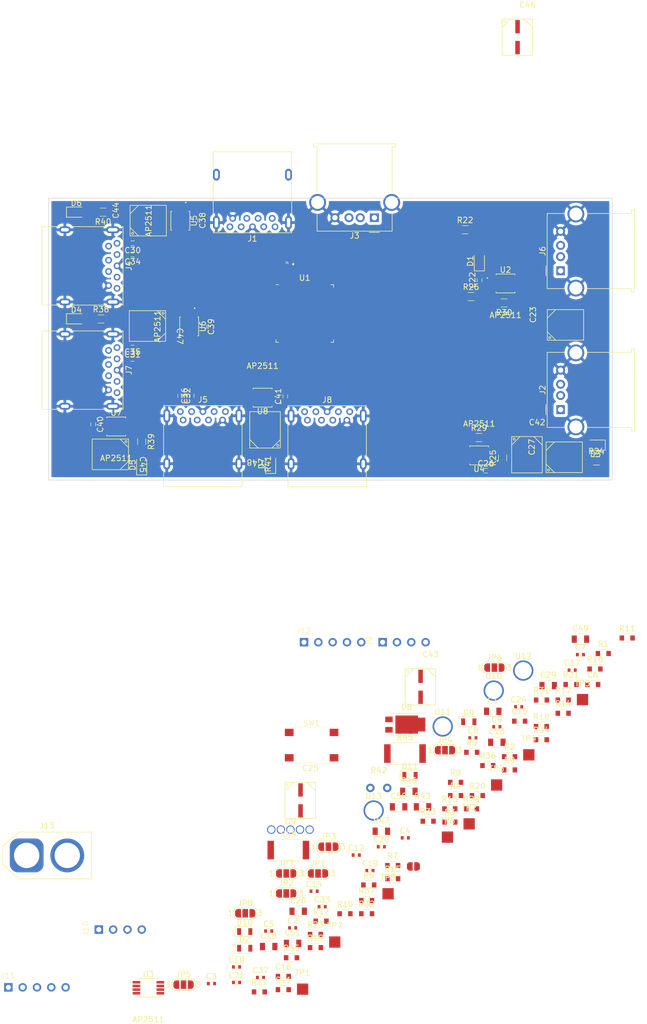
<source format=kicad_pcb>
(kicad_pcb (version 20211014) (generator pcbnew)
  (layers (0 "F.Cu" signal) (31 "B.Cu" signal) (34 "B.Paste" user) (35 "F.Paste" user) (36 "B.SilkS" user "B.Silkscreen") (37 "F.SilkS" user "F.Silkscreen") (38 "B.Mask" user) (39 "F.Mask" user) (44 "Edge.Cuts" user))
  (net 0 "")
  (net 1 "GND")
  (net 2 "/VBUS_UP")
  (net 3 "+1.25V")
  (net 4 "+3V3")
  (net 5 "Net-(C11-Pad2)")
  (net 6 "Net-(C14-Pad2)")
  (net 7 "Net-(C15-Pad2)")
  (net 8 "Net-(C16-Pad2)")
  (net 9 "Net-(C19-Pad2)")
  (net 10 "Net-(C22-Pad1)")
  (net 11 "Net-(C24-Pad1)")
  (net 12 "Net-(C26-Pad1)")
  (net 13 "/USB3DP_TXN1")
  (net 14 "Net-(C30-Pad1)")
  (net 15 "/USB3DP_TXN2")
  (net 16 "Net-(C31-Pad1)")
  (net 17 "/USB3DP_TXN3")
  (net 18 "Net-(C32-Pad1)")
  (net 19 "/USB3DP_TXN4")
  (net 20 "Net-(C33-Pad1)")
  (net 21 "/USB3DM_TXN1")
  (net 22 "Net-(C34-Pad1)")
  (net 23 "/USB3DM_TXN2")
  (net 24 "Net-(C35-Pad1)")
  (net 25 "/USB3DM_TXN3")
  (net 26 "Net-(C36-Pad1)")
  (net 27 "/USB3DM_TXN4")
  (net 28 "Net-(C37-Pad1)")
  (net 29 "+5V")
  (net 30 "/PWR_5")
  (net 31 "/PWR_7")
  (net 32 "/PWR_1")
  (net 33 "/PWR_3")
  (net 34 "/PWR_6")
  (net 35 "/PWR_2")
  (net 36 "/PWR_4")
  (net 37 "Net-(C49-Pad1)")
  (net 38 "Net-(D1-Pad2)")
  (net 39 "Net-(D2-Pad2)")
  (net 40 "Net-(D3-Pad2)")
  (net 41 "Net-(D4-Pad2)")
  (net 42 "Net-(D5-Pad2)")
  (net 43 "Net-(D6-Pad2)")
  (net 44 "Net-(D7-Pad2)")
  (net 45 "+BATT")
  (net 46 "Net-(D9-Pad2)")
  (net 47 "Net-(D10-Pad2)")
  (net 48 "Net-(D11-Pad2)")
  (net 49 "/USB2DM_N5")
  (net 50 "/USB2DP_N5")
  (net 51 "/USB2DM_N7")
  (net 52 "/USB2DP_N7")
  (net 53 "/USB2DM_N1")
  (net 54 "/USB2DP_N1")
  (net 55 "/USB3DM_RXN1")
  (net 56 "/USB3DP_RXN1")
  (net 57 "/USB2DM_N3")
  (net 58 "/USB2DP_N3")
  (net 59 "/USB3DM_RXN3")
  (net 60 "/USB3DP_RXN3")
  (net 61 "/USB2DM_N6")
  (net 62 "/USB2DP_N6")
  (net 63 "/USB2DM_N2")
  (net 64 "/USB2DP_N2")
  (net 65 "/USB3DM_RXN2")
  (net 66 "/USB3DP_RXN2")
  (net 67 "/USB2DM_N4")
  (net 68 "/USB2DP_N4")
  (net 69 "/USB3DM_RXN4")
  (net 70 "/USB3DP_RXN4")
  (net 73 "Net-(JP1-Pad1)")
  (net 74 "Net-(JP1-Pad3)")
  (net 75 "/OCS3")
  (net 76 "Net-(JP2-Pad1)")
  (net 77 "Net-(JP2-Pad3)")
  (net 78 "/OCS1")
  (net 79 "Net-(JP3-Pad1)")
  (net 80 "Net-(JP3-Pad3)")
  (net 81 "/PRT_CTL1")
  (net 82 "Net-(JP4-Pad1)")
  (net 83 "Net-(JP4-Pad3)")
  (net 84 "/PRT_CTL3")
  (net 85 "Net-(JP5-Pad1)")
  (net 86 "Net-(JP5-Pad3)")
  (net 87 "/OCS2")
  (net 88 "Net-(JP6-Pad1)")
  (net 89 "Net-(JP6-Pad3)")
  (net 90 "/OCS4")
  (net 91 "Net-(JP7-Pad1)")
  (net 92 "Net-(JP7-Pad3)")
  (net 93 "/PRT_CTL2")
  (net 94 "Net-(JP8-Pad1)")
  (net 95 "Net-(JP8-Pad3)")
  (net 96 "/PRT_CTL4")
  (net 97 "Net-(JP9-Pad2)")
  (net 98 "Net-(R19-Pad1)")
  (net 99 "Net-(R20-Pad1)")
  (net 100 "Net-(R21-Pad1)")
  (net 101 "Net-(R25-Pad2)")
  (net 102 "Net-(R26-Pad2)")
  (net 103 "Net-(R27-Pad2)")
  (net 104 "/OCS7")
  (net 105 "/OCS5")
  (net 106 "/OCS6")
  (net 107 "Net-(R31-Pad2)")
  (net 108 "/PRT_CTL7")
  (net 109 "/PRT_CTL6")
  (net 110 "/PRT_CTL5")
  (net 111 "Net-(R42-Pad2)")
  (net 114 "Net-(TP2-Pad1)")
  (net 115 "Net-(TP3-Pad1)")
  (net 116 "Net-(TP4-Pad1)")
  (net 117 "Net-(TP5-Pad1)")
  (net 132 "/USB3_TXUP_D-")
  (net 133 "/USB3_TXUP_D+")
  (net 134 "/USB2_UP_D+")
  (net 135 "/USB2_UP_D-")
  (net 136 "/USB3_RXUP_D-")
  (net 137 "/USB3_RXUP_D+")
  (footprint "0_misc:SolderJumper-3_P1.3mm_Open_RoundedPad1.0x1.5mm_NumberLabels" (layer "F.Cu") (at 135.185 177.085)
    (fp_text reference "JP2")
    (fp_text value "Jumper_NO_Dual")
  )
  (footprint "2_Passives_Capacitors_SMD_IPC:C_1005_402_A" (layer "F.Cu") (at 147.615 170.275)
    (fp_text reference "C12")
    (fp_text value "0.1uF")
  )
  (footprint "2_Passives_Capacitors_SMD_IPC:C_2012_805_A" (layer "F.Cu") (at 181.665 140.215)
    (fp_text reference "C29")
    (fp_text value "1.0nF")
  )
  (footprint "3_Electromechanical_Buttons_Switches_SMD:CK_PTS645_SMD" (layer "F.Cu") (at 139.695 150.765)
    (fp_text reference "SW1")
    (fp_text value "SW_Push" hide)
  )
  (footprint "2_Passives_Capacitors_SMD_IPC:C_1005_402_A" (layer "F.Cu") (at 150.035 173.025)
    (fp_text reference "C19")
    (fp_text value "0.1uF")
  )
  (footprint "2_Passives_Resistors_SMD_IPC:R_1608_603_A" (layer "F.Cu") (at 145.615 180.675)
    (fp_text reference "R10")
    (fp_text value "100k")
  )
  (footprint "2_Passives_Resistors_SMD_IPC:R_2012_805_A" (layer "F.Cu") (at 159.375 161.715)
    (fp_text reference "R43")
    (fp_text value "140")
  )
  (footprint "2_Passives_Capacitors_SMD_IPC:C_1608_603_A" (layer "F.Cu") (at 134.675 194.145)
    (fp_text reference "C11")
    (fp_text value "0.01uF")
  )
  (footprint "2_Passives_Capacitors_SMD_IPC:C_1005_402_A" (layer "F.Cu") (at 172.555 147.515)
    (fp_text reference "C9")
    (fp_text value "0.1uF")
  )
  (footprint "2_Passives_Resistors_SMD_IPC:R_1608_603_A" (layer "F.Cu") (at 154.085 172.115)
    (fp_text reference "R7")
    (fp_text value "10k")
  )
  (footprint "2_Passives_Capacitors_SMD_IPC:C_1005_402_A" (layer "F.Cu") (at 135.025 88.9 90)
    (fp_text reference "C41")
    (fp_text value "0.1uF")
  )
  (footprint "0_misc:SolderJumper-3_P1.3mm_Open_RoundedPad1.0x1.5mm_NumberLabels" (layer "F.Cu") (at 142.665 168.785)
    (fp_text reference "JP3")
    (fp_text value "Jumper_NO_Dual")
  )
  (footprint "project_footprints:AP2511M8-13" (layer "F.Cu") (at 116.4 57.74316 -90)
    (fp_text reference "U5")
    (fp_text value "AP2511")
  )
  (footprint "project_footprints:USB_A_Molex_67643_Horizontal" (layer "F.Cu") (at 183.865 91.25 90)
    (fp_text reference "J2")
    (fp_text value "USB_A")
  )
  (footprint "2_Passives_Capacitors_SMD_IPC:C_1005_402_A" (layer "F.Cu") (at 107.95 61.75 180)
    (fp_text reference "C30")
    (fp_text value "0.1uF")
  )
  (footprint "0_misc:test_point_2mm_square" (layer "F.Cu") (at 178.23 152.49)
    (fp_text reference "TP4")
    (fp_text value "TEST")
  )
  (footprint "2_Passives_Resistors_SMD_IPC:R_1608_603_A" (layer "F.Cu") (at 190.225 100.35)
    (fp_text reference "R24")
    (fp_text value "330")
  )
  (footprint "project_footprints:EMZR100ARA151ME61G" (layer "F.Cu") (at 179.49 74.425 90)
    (fp_text reference "C23")
    (fp_text value "150uF")
  )
  (footprint "2_Passives_Capacitors_SMD_IPC:C_1608_603_A" (layer "F.Cu") (at 189.565 140.015)
    (fp_text reference "C6")
    (fp_text value "2.2uF")
  )
  (footprint "project_footprints:USB_A_Molex_67643_Horizontal" (layer "F.Cu") (at 150.825 57.21 180)
    (fp_text reference "J3")
    (fp_text value "USB_A")
  )
  (footprint "2_Passives_Capacitors_SMD_IPC:C_1005_402_A" (layer "F.Cu") (at 118.4 88.8 90)
    (fp_text reference "C36")
    (fp_text value "0.1uF")
  )
  (footprint "2_Passives_Resistors_SMD_IPC:R_1608_603_A" (layer "F.Cu") (at 154.085 174.465)
    (fp_text reference "R15")
    (fp_text value "10k")
  )
  (footprint "0_misc:SolderJumper-3_P1.3mm_Open_RoundedPad1.0x1.5mm_NumberLabels" (layer "F.Cu") (at 163.355 151.665)
    (fp_text reference "JP4")
    (fp_text value "Jumper_NO_Dual")
  )
  (footprint "2_Passives_Resistors_SMD_IPC:R_1608_603_A" (layer "F.Cu") (at 102.325 75.175)
    (fp_text reference "R38")
    (fp_text value "330")
  )
  (footprint "2_Passives_Capacitors_SMD_IPC:C_2012_805_A" (layer "F.Cu") (at 132.075 186.495)
    (fp_text reference "C18")
    (fp_text value "1.0nF")
  )
  (footprint "project_footprints:AP2511M8-13" (layer "F.Cu") (at 105.02 94.245)
    (fp_text reference "U7")
    (fp_text value "AP2511")
  )
  (footprint "2_Passives_Resistors_SMD_IPC:R_1608_603_A" (layer "F.Cu") (at 185.715 140.015)
    (fp_text reference "R21")
    (fp_text value "0k")
  )
  (footprint "1_Semi_Discrete_Diodes_SMD:D_0805" (layer "F.Cu") (at 190.05 97.55 180)
    (fp_text reference "D3")
    (fp_text value "GRN")
  )
  (footprint "2_Passives_Capacitors_SMD_IPC:C_1005_402_A" (layer "F.Cu") (at 136.325 183.185)
    (fp_text reference "C2")
    (fp_text value "0.1uF")
  )
  (footprint "0_misc:test_point_2mm_square" (layer "F.Cu") (at 138.1 194.06)
    (fp_text reference "TP1")
    (fp_text value "TEST")
  )
  (footprint "0_misc:plated_hole_3.0x3.6mm" (layer "F.Cu") (at 150.7 162.37)
    (fp_text reference "U13")
    (fp_text value "Mounting-holes")
  )
  (footprint "5_Connectors_misc:header_01x05_pitch2.54_tht" (layer "F.Cu") (at 138.345 132.515)
    (fp_text reference "J12")
    (fp_text value "header_01x05" hide)
  )
  (footprint "0_misc:SolderJumper-3_P1.3mm_Open_RoundedPad1.0x1.5mm_NumberLabels" (layer "F.Cu") (at 116.975 193.255)
    (fp_text reference "JP5")
    (fp_text value "Jumper_NO_Dual")
  )
  (footprint "project_footprints:USB_A_Molex_67643_Horizontal" (layer "F.Cu") (at 183.865 66.625 90)
    (fp_text reference "J6")
    (fp_text value "USB_A")
  )
  (footprint "2_Passives_Resistors_SMD_IPC:R_1608_603_A" (layer "F.Cu") (at 164.215 162.065)
    (fp_text reference "R13")
    (fp_text value "10k")
  )
  (footprint "2_Passives_Resistors_SMD_IPC:R_1608_603_A" (layer "F.Cu") (at 168.065 162.065)
    (fp_text reference "R28")
    (fp_text value "0k")
  )
  (footprint "2_Passives_Capacitors_SMD_IPC:C_1005_402_A" (layer "F.Cu") (at 121.925 193.065)
    (fp_text reference "C3")
    (fp_text value "0.1uF")
  )
  (footprint "2_Passives_Resistors_SMD_IPC:R_1608_603_A" (layer "F.Cu") (at 140.375 186.685)
    (fp_text reference "R19")
    (fp_text value "12k 1%")
  )
  (footprint "0_misc:test_point_2mm_square" (layer "F.Cu") (at 163.79 167.09)
    (fp_text reference "TP6")
    (fp_text value "TEST")
  )
  (footprint "project_footprints:EMZR100ARA151ME61G" (layer "F.Cu") (at 160.8 135.19)
    (fp_text reference "C43")
    (fp_text value "150uF")
  )
  (footprint "2_Passives_Resistors_SMD_IPC:R_1608_603_A" (layer "F.Cu") (at 173.575 99.825 90)
    (fp_text reference "R25")
    (fp_text value "10k")
  )
  (footprint "1_Semi_Discrete_Diodes_SMD:D_0805" (layer "F.Cu") (at 97.95 56.225)
    (fp_text reference "D6")
    (fp_text value "GRN")
  )
  (footprint "2_Passives_Resistors_SMD_IPC:R_1608_603_A" (layer "F.Cu") (at 180.455 147.465)
    (fp_text reference "R18")
    (fp_text value "1k")
  )
  (footprint "2_Passives_Capacitors_SMD_IPC:C_1005_402_A" (layer "F.Cu") (at 107.925 82.25)
    (fp_text reference "C35")
    (fp_text value "0.1uF")
  )
  (footprint "2_Passives_Capacitors_SMD_IPC:C_1005_402_A" (layer "F.Cu") (at 168.305 149.485)
    (fp_text reference "C8")
    (fp_text value "0.1uF")
  )
  (footprint "2_Passives_Capacitors_SMD_IPC:C_1005_402_A" (layer "F.Cu") (at 152.065 168.795)
    (fp_text reference "C20")
    (fp_text value "0.1uF")
  )
  (footprint "2_Passives_Resistors_SMD_IPC:R_1608_603_A" (layer "F.Cu") (at 184.325 145.115)
    (fp_text reference "R14")
    (fp_text value "10k")
  )
  (footprint "2_Passives_Capacitors_SMD_IPC:C_1005_402_A" (layer "F.Cu") (at 185.915 137.465)
    (fp_text reference "C17")
    (fp_text value "0.1uF")
  )
  (footprint "1_Semi_Discrete_Diodes_SMD:D_0805" (layer "F.Cu") (at 132.425 100.825 90)
    (fp_text reference "D7")
    (fp_text value "GRN")
  )
  (footprint "2_Passives_Resistors_SMD_IPC:R_1608_603_A" (layer "F.Cu") (at 149.835 175.575)
    (fp_text reference "R6")
    (fp_text value "1k")
  )
  (footprint "2_Passives_Capacitors_SMD_IPC:C_2012_805_A" (layer "F.Cu") (at 187.385 131.965)
    (fp_text reference "C49")
    (fp_text value "22uF")
  )
  (footprint "2_Passives_Resistors_SMD_IPC:R_1608_603_A" (layer "F.Cu") (at 170.955 154.385)
    (fp_text reference "R36")
    (fp_text value "0k")
  )
  (footprint "2_Passives_Capacitors_SMD_IPC:C_1005_402_A" (layer "F.Cu") (at 107.925 80.25 180)
    (fp_text reference "C31")
    (fp_text value "0.1uF")
  )
  (footprint "2_Passives_Capacitors_SMD_IPC:C_1608_603_A" (layer "F.Cu") (at 134.675 191.795)
    (fp_text reference "C16")
    (fp_text value "6pF")
  )
  (footprint "project_footprints:EMZR100ARA151ME61G" (layer "F.Cu") (at 115.81 78.225 -90)
    (fp_text reference "C47")
    (fp_text value "150uF")
  )
  (footprint "2_Passives_Resistors_SMD_IPC:R_1608_603_A" (layer "F.Cu") (at 165.245 159.715)
    (fp_text reference "R4")
    (fp_text value "10k")
  )
  (footprint "2_Passives_Resistors_SMD_IPC:R_2012_805_A" (layer "F.Cu") (at 156.945 158.965)
    (fp_text reference "R46")
    (fp_text value "110")
  )
  (footprint "project_footprints:AP2511M8-13" (layer "F.Cu") (at 110.73692 193.8084)
    (fp_text reference "U3")
    (fp_text value "AP2511")
  )
  (footprint "2_Passives_Resistors_SMD_IPC:R_1608_603_A" (layer "F.Cu") (at 173.85 72.325 180)
    (fp_text reference "R30")
    (fp_text value "0k")
  )
  (footprint "2_Passives_Resistors_SMD_IPC:R_1608_603_A" (layer "F.Cu") (at 169.095 159.715)
    (fp_text reference "R20")
    (fp_text value "10k")
  )
  (footprint "2_Passives_Capacitors_SMD_IPC:C_2012_805_A" (layer "F.Cu") (at 155.125 161.715)
    (fp_text reference "C50")
    (fp_text value "22uF")
  )
  (footprint "project_footprints:AP2511M8-13" (layer "F.Cu") (at 131 89.125 180)
    (fp_text reference "U8")
    (fp_text value "AP2511")
  )
  (footprint "2_Passives_Resistors_SMD_IPC:R_1608_603_A" (layer "F.Cu") (at 189.965 137.265)
    (fp_text reference "R16")
    (fp_text value "1k")
  )
  (footprint "2_Passives_Capacitors_SMD_IPC:C_1005_402_A" (layer "F.Cu") (at 170.6 102.075)
    (fp_text reference "C26")
    (fp_text value "0.1uF")
  )
  (footprint "2_Passives_Resistors_SMD_IPC:R_1608_603_A" (layer "F.Cu") (at 102.7 56.225 180)
    (fp_text reference "R40")
    (fp_text value "330")
  )
  (footprint "project_footprints:OKR-T_10-W12" (layer "F.Cu") (at 135.94 165.76)
    (fp_text reference "U9")
    (fp_text value "OKR-T/10-W12")
  )
  (footprint "2_Passives_Resistors_SMD_IPC:R_1608_603_A" (layer "F.Cu") (at 174.805 155.165)
    (fp_text reference "R9")
    (fp_text value "100k")
  )
  (footprint "project_footprints:RN55E2670BRE6" (layer "F.Cu") (at 151.61 158.36)
    (fp_text reference "R42")
    (fp_text value "267")
  )
  (footprint "0_misc:test_point_2mm_square" (layer "F.Cu") (at 153.26 177.14)
    (fp_text reference "TP8")
    (fp_text value "TEST")
  )
  (footprint "2_Passives_Capacitors_SMD_IPC:C_1608_603_A" (layer "F.Cu") (at 176.605 146.515)
    (fp_text reference "C15")
    (fp_text value "6pF")
  )
  (footprint "0_misc:plated_hole_3.0x3.6mm" (layer "F.Cu") (at 162.95 147.46)
    (fp_text reference "U11")
    (fp_text value "Mounting-holes")
  )
  (footprint "2_Passives_Capacitors_SMD_IPC:C_1005_402_A" (layer "F.Cu") (at 119.1 57.7 -90)
    (fp_text reference "C38")
    (fp_text value "0.1uF")
  )
  (footprint "5_Connectors_misc:AMASS_XT60-F_1x02_P7.20mm_Vertical" (layer "F.Cu") (at 89.145 170.335)
    (fp_text reference "J13")
    (fp_text value "header_01x02")
  )
  (footprint "2_Passives_Resistors_SMD_IPC:R_1608_603_A" (layer "F.Cu") (at 166.925 59.35)
    (fp_text reference "R22")
    (fp_text value "330")
  )
  (footprint "5_Connectors_misc:header_01x04_pitch2.54_tht" (layer "F.Cu") (at 101.945 183.485)
    (fp_text reference "J10")
    (fp_text value "header_01x04" hide)
  )
  (footprint "1_Semi_Discrete_Diodes_SMD:D_0805" (layer "F.Cu") (at 167.575 146.635)
    (fp_text reference "D9")
    (fp_text value "GRN")
  )
  (footprint "2_Passives_Resistors_SMD_IPC:R_1608_603_A" (layer "F.Cu") (at 130.425 194.545)
    (fp_text reference "R27")
    (fp_text value "10k")
  )
  (footprint "2_Passives_Resistors_SMD_IPC:R_1608_603_A" (layer "F.Cu") (at 167.975 71.2)
    (fp_text reference "R26")
    (fp_text value "10k")
  )
  (footprint "project_footprints:MBR1560STR" (layer "F.Cu") (at 156.315 147.125)
    (fp_text reference "D8")
    (fp_text value "D_Schottky")
  )
  (footprint "2_Passives_Capacitors_SMD_IPC:C_1005_402_A" (layer "F.Cu") (at 100.945 93.87 -90)
    (fp_text reference "C40")
    (fp_text value "0.1uF")
  )
  (footprint "2_Passives_Capacitors_SMD_IPC:C_2012_805_A" (layer "F.Cu") (at 137.315 180.235)
    (fp_text reference "C28")
    (fp_text value "1.0nF")
  )
  (footprint "0_misc:SolderJumper-2_P1.3mm_Open_RoundedPad1.0x1.5mm_no-silk" (layer "F.Cu") (at 157.76 172.29)
    (fp_text reference "JP9")
    (fp_text value "Jumper_NO_Small")
  )
  (footprint "project_footprints:EMZR100ARA151ME61G" (layer "F.Cu") (at 139.5 155.34)
    (fp_text reference "C25")
    (fp_text value "150uF")
  )
  (footprint "2_Passives_Resistors_SMD_IPC:R_1608_603_A" (layer "F.Cu") (at 149.465 178.325)
    (fp_text reference "R37")
    (fp_text value "0k")
  )
  (footprint "2_Passives_Capacitors_SMD_IPC:C_2012_805_A" (layer "F.Cu") (at 171.825 144.765)
    (fp_text reference "C1")
    (fp_text value "1.0nF")
  )
  (footprint "2_Passives_Capacitors_SMD_IPC:C_1005_402_A" (layer "F.Cu") (at 116.4 88.825 -90)
    (fp_text reference "C32")
    (fp_text value "0.1uF")
  )
  (footprint "0_misc:plated_hole_3.0x3.6mm" (layer "F.Cu") (at 177.24 137.54)
    (fp_text reference "U12")
    (fp_text value "Mounting-holes")
  )
  (footprint "0_misc:test_point_2mm_square" (layer "F.Cu") (at 167.64 164.74)
    (fp_text reference "TP2")
    (fp_text value "TEST")
  )
  (footprint "project_footprints:EMZR100ARA151ME61G" (layer "F.Cu") (at 179.7 94.015)
    (fp_text reference "C42")
    (fp_text value "150uF")
  )
  (footprint "2_Passives_Capacitors_SMD_IPC:C_1005_402_A" (layer "F.Cu") (at 187.385 134.715)
    (fp_text reference "C7")
    (fp_text value "0.1uF")
  )
  (footprint "2_Passives_Capacitors_SMD_IPC:C_1005_402_A" (layer "F.Cu") (at 126.375 192.865)
    (fp_text reference "C21")
    (fp_text value "0.1uF")
  )
  (footprint "2_Passives_Resistors_SMD_IPC:R_2012_805_A" (layer "F.Cu") (at 152.065 166.045)
    (fp_text reference "R47")
    (fp_text value "110")
  )
  (footprint "2_Passives_Capacitors_SMD_IPC:C_1005_402_A" (layer "F.Cu") (at 120.625 76.55 -90)
    (fp_text reference "C39")
    (fp_text value "0.1uF")
  )
  (footprint "project_footprints:OSC_XRCGB25M000F3M00R0" (layer "F.Cu") (at 135.425 66.8)
    (fp_text reference "Y1")
    (fp_text value "XRCGB25M000F3M00R0")
  )
  (footprint "2_Passives_Capacitors_SMD_IPC:C_1005_402_A" (layer "F.Cu") (at 176.425 143.965)
    (fp_text reference "C24")
    (fp_text value "0.1uF")
  )
  (footprint "2_Passives_Capacitors_SMD_IPC:C_1005_402_A" (layer "F.Cu") (at 132.075 183.745)
    (fp_text reference "C5")
    (fp_text value "0.1uF")
  )
  (footprint "0_misc:SolderJumper-3_P1.3mm_Open_RoundedPad1.0x1.5mm_NumberLabels" (layer "F.Cu") (at 172.115 137.015)
    (fp_text reference "JP6")
    (fp_text value "Jumper_NO_Dual")
  )
  (footprint "2_Passives_Capacitors_SMD_IPC:C_2012_805_A" (layer "F.Cu") (at 172.555 150.265)
    (fp_text reference "C13")
    (fp_text value "1.0nF")
  )
  (footprint "2_Passives_Resistors_SMD_IPC:R_1608_603_A" (layer "F.Cu") (at 195.685 131.765)
    (fp_text reference "R11")
    (fp_text value "10k")
  )
  (footprint "2_Passives_Capacitors_SMD_IPC:C_1005_402_A" (layer "F.Cu") (at 156.315 167.215)
    (fp_text reference "C4")
    (fp_text value "0.1uF")
  )
  (footprint "2_Passives_Resistors_SMD_IPC:R_1608_603_A" (layer "F.Cu") (at 164.215 164.415)
    (fp_text reference "R3")
    (fp_text value "10k")
  )
  (footprint "1_Semi_Discrete_Diodes_SMD:D_0805" (layer "F.Cu") (at 127.825 186.795)
    (fp_text reference "D2")
    (fp_text value "GRN")
  )
  (footprint "0_misc:test_point_2mm_square" (layer "F.Cu") (at 143.8 185.7)
    (fp_text reference "TP7")
    (fp_text value "TEST")
  )
  (footprint "2_Passives_Resistors_SMD_IPC:R_1608_603_A" (layer "F.Cu") (at 136.125 188.485)
    (fp_text reference "R35")
    (fp_text value "0k")
  )
  (footprint "project_footprints:USB3_A_Molex_48393-001" (layer "F.Cu") (at 138.95 93.125)
    (fp_text reference "J8")
    (fp_text value "USB3_A")
  )
  (footprint "1_Semi_Discrete_Diodes_SMD:D_0805" (layer "F.Cu") (at 127.825 183.845)
    (fp_text reference "D10")
    (fp_text value "GRN")
  )
  (footprint "project_footprints:EMZR100ARA151ME61G" (layer "F.Cu") (at 179.265 97.9 90)
    (fp_text reference "C27")
    (fp_text value "150uF")
  )
  (footprint "2_Passives_Resistors_SMD_IPC:R_1608_603_A" (layer "F.Cu") (at 140.375 184.335)
    (fp_text reference "R23")
    (fp_text value "330")
  )
  (footprint "2_Passives_Capacitors_SMD_IPC:C_1005_402_A" (layer "F.Cu") (at 141.565 179.435)
    (fp_text reference "C33")
    (fp_text value "0.1uF")
  )
  (footprint "2_Passives_Resistors_SMD_IPC:R_1608_603_A" (layer "F.Cu") (at 191.435 134.515)
    (fp_text reference "R1")
    (fp_text value "10k")
  )
  (footprint "project_footprints:USB3_A_Molex_48393-001" (layer "F.Cu") (at 103.675 80.75 -90)
    (fp_text reference "J7")
    (fp_text value "USB3_A")
  )
  (footprint "1_Semi_Discrete_Diodes_SMD:D_0805" (layer "F.Cu") (at 157.145 156.115)
    (fp_text reference "D11")
    (fp_text value "GRN")
  )
  (footprint "project_footprints:USB3_A_Molex_48393-001" (layer "F.Cu") (at 103.675 62.25 -90)
    (fp_text reference "J4")
    (fp_text value "USB3_A")
  )
  (footprint "project_footprints:USB5537B-5000AKZE" (layer "F.Cu") (at 138.475 74.2)
    (fp_text reference "U1")
    (fp_text value "USB5537B-5000AKZE")
  )
  (footprint "1_Semi_Discrete_Diodes_SMD:D_0805" (layer "F.Cu") (at 109.545 101.095 90)
    (fp_text reference "D5")
    (fp_text value "GRN")
  )
  (footprint "1_Semi_Discrete_Diodes_SMD:D_0805" (layer "F.Cu") (at 169.45 64.9 90)
    (fp_text reference "D1")
    (fp_text value "GRN")
  )
  (footprint "2_Passives_Capacitors_SMD_IPC:C_1005_402_A" (layer "F.Cu") (at 126.375 190.115)
    (fp_text reference "C10")
    (fp_text value "0.1uF")
  )
  (footprint "project_footprints:EMZR100ARA151ME61G" (layer "F.Cu") (at 129.625 100.085 180)
    (fp_text reference "C48")
    (fp_text value "150uF")
  )
  (footprint "project_footprints:AP2511M8-13" (layer "F.Cu") (at 174.09316 68.875)
    (fp_text reference "U2")
    (fp_text value "AP2511")
  )
  (footprint "2_Passives_Resistors_SMD_IPC:R_1608_603_A" (layer "F.Cu") (at 184.325 142.765)
    (fp_text reference "R17")
    (fp_text value "10k")
  )
  (footprint "2_Passives_Resistors_SMD_IPC:R_1608_603_A" (layer "F.Cu") (at 149.465 180.675)
    (fp_text reference "R32")
    (fp_text value "0k")
  )
  (footprint "2_Passives_Resistors_SMD_IPC:R_1608_603_A" (layer "F.Cu") (at 180.475 142.765)
    (fp_text reference "R31")
    (fp_text value "10k")
  )
  (footprint "2_Passives_Resistors_SMD_IPC:R_1608_603_A" (layer "F.Cu") (at 165.245 157.365)
    (fp_text reference "R8")
    (fp_text value "1k")
  )
  (footprint "project_footprints:EMZR100ARA151ME61G" (layer "F.Cu") (at 178 19.94)
    (fp_text reference "C46")
    (fp_text value "150uF")
  )
  (footprint "0_misc:SolderJumper-3_P1.3mm_Open_RoundedPad1.0x1.5mm_NumberLabels" (layer "F.Cu") (at 135.185 173.535)
    (fp_text reference "JP7")
    (fp_text value "Jumper_NO_Dual")
  )
  (footprint "2_Passives_Resistors_SMD_IPC:R_1608_603_A" (layer "F.Cu") (at 109.545 96.945 -90)
    (fp_text reference "R39")
    (fp_text value "330")
  )
  (footprint "2_Passives_Resistors_SMD_IPC:R_1608_603_A" (layer "F.Cu") (at 168.105 152.035)
    (fp_text reference "R5")
    (fp_text value "10k")
  )
  (footprint "project_footprints:AP2511M8-13" (layer "F.Cu") (at 117.975 76.49316 -90)
    (fp_text reference "U6")
    (fp_text value "AP2511")
  )
  (footprint "0_misc:SolderJumper-3_P1.3mm_Open_RoundedPad1.0x1.5mm_NumberLabels" (layer "F.Cu") (at 140.835 173.535)
    (fp_text reference "JP1")
    (fp_text value "Jumper_NO_Dual")
  )
  (footprint "2_Passives_Capacitors_SMD_IPC:C_2012_805_A" (layer "F.Cu") (at 136.325 185.935)
    (fp_text reference "C51")
    (fp_text value "47uF")
  )
  (footprint "2_Passives_Resistors_SMD_IPC:R_1608_603_A" (layer "F.Cu") (at 130.25 100.9 -90)
    (fp_text reference "R41")
    (fp_text value "330")
  )
  (footprint "project_footprints:USB3_A_Molex_48393-001" (layer "F.Cu") (at 116.9 93.1)
    (fp_text reference "J5")
    (fp_text value "USB3_A")
  )
  (footprint "project_footprints:EMZR100ARA151ME61G" (layer "F.Cu") (at 109.23 100.995 -90)
    (fp_text reference "C45")
    (fp_text value "150uF")
  )
  (footprint "project_footprints:USB3_A_Molex_48393-001" (layer "F.Cu") (at 132.7 57.325 180)
    (fp_text reference "J1")
    (fp_text value "USB3_A")
  )
  (footprint "2_Passives_Resistors_SMD_IPC:R_1608_603_A" (layer "F.Cu") (at 169.4 96.2)
    (fp_text reference "R29")
    (fp_text value "0k")
  )
  (footprint "0_misc:plated_hole_3.0x3.6mm" (layer "F.Cu") (at 172 141.09)
    (fp_text reference "U10")
    (fp_text value "Mounting-holes")
  )
  (footprint "2_Passives_Capacitors_SMD_IPC:C_1005_402_A" (layer "F.Cu") (at 169.475 68.275 90)
    (fp_text reference "C22")
    (fp_text value "0.1uF")
  )
  (footprint "project_footprints:EMZR100ARA151ME61G" (layer "F.Cu") (at 105.465 55.925 90)
    (fp_text reference "C44")
    (fp_text value "150uF")
  )
  (footprint "0_misc:SolderJumper-3_P1.3mm_Open_RoundedPad1.0x1.5mm_NumberLabels" (layer "F.Cu") (at 127.915 180.595)
    (fp_text reference "JP8")
    (fp_text value "Jumper_NO_Dual")
  )
  (footprint "2_Passives_Resistors_SMD_IPC:R_1608_603_A" (layer "F.Cu") (at 160.365 164.265)
    (fp_text reference "R33")
    (fp_text value "0k")
  )
  (footprint "project_footprints:AP2511M8-13" (layer "F.Cu") (at 169.425 99.375 180)
    (fp_text reference "U4")
    (fp_text value "AP2511")
  )
  (footprint "2_Passives_Resistors_SMD_IPC:R_6332_2512_A" (layer "F.Cu") (at 135.565 169.385)
    (fp_text reference "R44")
    (fp_text value "1.2k")
  )
  (footprint "2_Passives_Resistors_SMD_IPC:R_1608_603_A" (layer "F.Cu") (at 180.455 149.815)
    (fp_text reference "R34")
    (fp_text value "0k")
  )
  (footprint "2_Passives_Capacitors_SMD_IPC:C_1005_402_A" (layer "F.Cu") (at 107.95 63.75 180)
    (fp_text reference "C34")
    (fp_text value "0.1uF")
  )
  (footprint "2_Passives_Capacitors_SMD_IPC:C_1005_402_A" (layer "F.Cu") (at 140.135 176.685)
    (fp_text reference "C14")
    (fp_text value "0.1uF")
  )
  (footprint "0_misc:test_point_2mm_square" (layer "F.Cu") (at 172.52 157.84)
    (fp_text reference "TP3")
    (fp_text value "TEST")
  )
  (footprint "0_misc:test_point_2mm_square" (layer "F.Cu") (at 187.75 142.69)
    (fp_text reference "TP5")
    (fp_text value "TEST")
  )
  (footprint "2_Passives_Capacitors_SMD_IPC:C_1005_402_A" (layer "F.Cu") (at 130.625 191.995)
    (fp_text reference "C37")
    (fp_text value "0.1uF")
  )
  (footprint "5_Connectors_misc:header_01x05_pitch2.54_tht" (layer "F.Cu") (at 85.895 193.735)
    (fp_text reference "J11")
    (fp_text value "header_01x05" hide)
  )
  (footprint "2_Passives_Resistors_SMD_IPC:R_6332_2512_A" (layer "F.Cu") (at 156.255 152.265)
    (fp_text reference "R45")
    (fp_text value "1.2k")
  )
  (footprint "2_Passives_Resistors_SMD_IPC:R_1608_603_A" (layer "F.Cu") (at 141.365 181.985)
    (fp_text reference "R12")
    (fp_text value "10k")
  )
  (footprint "5_Connectors_misc:header_01x04_pitch2.54_tht" (layer "F.Cu") (at 152.295 132.515)
    (fp_text reference "J9")
    (fp_text value "header_01x04" hide)
  )
  (footprint "1_Semi_Discrete_Diodes_SMD:D_0805" (layer "F.Cu") (at 97.95 75.15)
    (fp_text reference "D4")
    (fp_text value "GRN")
  )
  (footprint "2_Passives_Resistors_SMD_IPC:R_1608_603_A" (layer "F.Cu") (at 174.805 152.815)
    (fp_text reference "R2")
    (fp_text value "10k")
  )
  (gr_rect (start 93.025 53.75) (end 193.025 103.75) (layer "Edge.Cuts") (width 0.1) (fill none))
  (zone (net 1) (net_name "GND") (layer "B.Cu") (connect_pads (clearance 0.508)) (min_thickness 0.254) (fill yes (thermal_gap 0.508) (thermal_bridge_width 0.508))
    (polygon (pts (xy 192.575 103.25) (xy 93.475 103.25) (xy 93.475 54.2) (xy 192.575 54.2)))
  )
)
</source>
